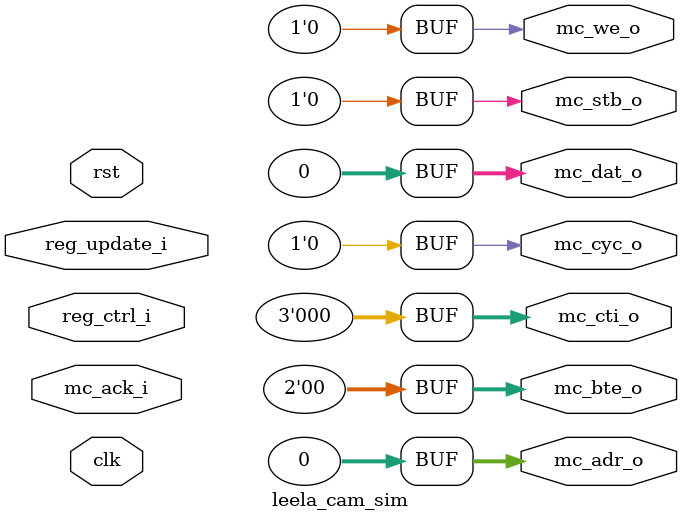
<source format=v>
`resetall
`timescale 1ns/10ps
module leela_cam_sim (
       // Syscon interface
       clk, rst,

       // Control registers for simulator
       reg_ctrl_i, reg_update_i,

       // Camera to MC interface
       mc_adr_o, mc_dat_o, mc_we_o, mc_stb_o, 
       mc_cyc_o, mc_ack_i, mc_cti_o, mc_bte_o
);

// Syscon interface
input			clk;
input			rst;

// Control registers for simulator
input	[31:0]		reg_ctrl_i;
input	[31:0]		reg_update_i;

// Camera to MC interface
output	[31:0]		mc_adr_o;
output  [31:0]		mc_dat_o;
output			mc_we_o;
output			mc_stb_o;
output			mc_cyc_o;
input			mc_ack_i;
output	[2:0]		mc_cti_o;
output	[1:0]		mc_bte_o;

assign mc_adr_o = 32'b0;
assign mc_dat_o = 32'b0;
assign mc_we_o  = 1'b0;
assign mc_cyc_o = 1'b0;
assign mc_stb_o = 1'b0;
assign mc_cti_o = 3'b0;
assign mc_bte_o = 3'b0;

endmodule // leela_cam_sim
// Local Variables:
// verilog-library-directories:("." ".." "../or1200" "../jpeg" "../pkmc" "../dvga" "../uart" "../monitor" "../lab1" "../dafk_tb" "../eth" "../wb" "../leela")
// End:

</source>
